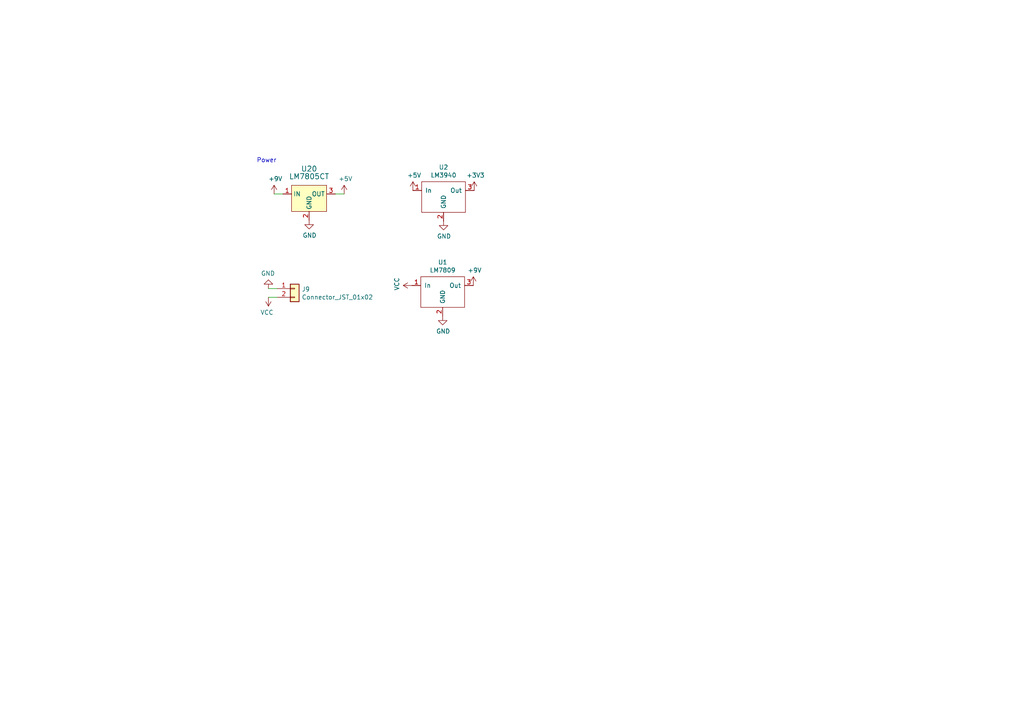
<source format=kicad_sch>
(kicad_sch (version 20231120) (generator "eeschema") (generator_version "8.0")
  (paper "A4")
  (lib_symbols
    (symbol "BC_Connectors:Connector_JST_01x02" (pin_names (offset 1.016) hide)
      (property "Reference" "J" (at 0 2.54 0))
      (property "Value" "Connector_JST_01x02" (at 0 -5.08 0))
      (symbol "Connector_JST_01x02_1_1"
        (rectangle (start -1.27 -2.413) (end 0 -2.667) (stroke (width 0.1524)))
        (rectangle (start -1.27 0.127) (end 0 -0.127) (stroke (width 0.1524)))
        (rectangle (start -1.27 1.27) (end 1.27 -3.81) (stroke (width 0.254)) (fill (type background)))
        (pin passive line (at -5.08 0 0) (length 3.81) (name "Pin_1") (number "1"))
        (pin passive line (at -5.08 -2.54 0) (length 3.81) (name "Pin_2") (number "2"))
      )
    )
    (symbol "BC_IC_components:LM3940" (pin_names (offset 1.016))
      (property "Reference" "U" (at 0 5.08 0))
      (property "Value" "LM3940" (at 0 2.54 0))
      (symbol "LM3940_0_1"
        (rectangle (start -6.35 0) (end 6.35 -8.89))
      )
      (symbol "LM3940_1_1"
        (pin input line (at -8.89 -2.54 0) (length 2.54) (name "In") (number "1"))
        (pin input line (at 0 -11.43 90) (length 2.54) (name "GND") (number "2"))
        (pin input line (at 8.89 -2.54 180) (length 2.54) (name "Out") (number "3"))
      )
    )
    (symbol "BC_IC_components:LM7809" (pin_names (offset 1.016))
      (property "Reference" "U" (at 0 5.08 0))
      (property "Value" "LM7809" (at 0 2.54 0))
      (symbol "LM7809_0_1"
        (rectangle (start -6.35 0) (end 6.35 -8.89))
      )
      (symbol "LM7809_1_1"
        (pin input line (at -8.89 -2.54 0) (length 2.54) (name "In") (number "1"))
        (pin input line (at 0 -11.43 90) (length 2.54) (name "GND") (number "2"))
        (pin input line (at 8.89 -2.54 180) (length 2.54) (name "Out") (number "3"))
      )
    )
    (symbol "MCU_MotherBoard-rescue:+3.3V-power" (power) (pin_names (offset 0))
      (property "Value" "+3.3V-power" (at 0 3.556 0))
      (symbol "+3.3V-power_0_1"
        (polyline (pts (xy -0.762 1.27) (xy 0 2.54)))
        (polyline (pts (xy 0 0) (xy 0 2.54)))
        (polyline (pts (xy 0 2.54) (xy 0.762 1.27)))
      )
      (symbol "+3.3V-power_1_1"
        (pin power_in line (at 0 0 90) (length 0) hide (name "+3V3") (number "1"))
      )
    )
    (symbol "dk_PMIC-Voltage-Regulators-Linear:LM7805CT_Obsolete"
      (property "Reference" "U" (at 0 3.81 0))
      (property "Value" "LM7805CT_Obsolete" (at 0 6.35 0))
      (symbol "LM7805CT_Obsolete_0_1"
        (rectangle (start -5.08 2.54) (end 5.08 -5.08) (fill (type background)))
      )
      (symbol "LM7805CT_Obsolete_1_1"
        (pin power_in line (at -7.62 0 0) (length 2.54) (name "IN") (number "1"))
        (pin power_in line (at 0 -7.62 90) (length 2.54) (name "GND") (number "2"))
        (pin power_out line (at 7.62 0 180) (length 2.54) (name "OUT") (number "3"))
      )
    )
    (symbol "power:+5V" (power) (pin_names (offset 0))
      (property "Value" "+5V" (at 0 3.556 0))
      (symbol "+5V_0_1"
        (polyline (pts (xy -0.762 1.27) (xy 0 2.54)))
        (polyline (pts (xy 0 0) (xy 0 2.54)))
        (polyline (pts (xy 0 2.54) (xy 0.762 1.27)))
      )
      (symbol "+5V_1_1"
        (pin power_in line (at 0 0 90) (length 0) hide (name "+5V") (number "1"))
      )
    )
    (symbol "power:+9V" (power) (pin_names (offset 0))
      (property "Value" "+9V" (at 0 3.556 0))
      (symbol "+9V_0_1"
        (polyline (pts (xy -0.762 1.27) (xy 0 2.54)))
        (polyline (pts (xy 0 0) (xy 0 2.54)))
        (polyline (pts (xy 0 2.54) (xy 0.762 1.27)))
      )
      (symbol "+9V_1_1"
        (pin power_in line (at 0 0 90) (length 0) hide (name "+9V") (number "1"))
      )
    )
    (symbol "power:GND" (power) (pin_names (offset 0))
      (property "Value" "GND" (at 0 -3.81 0))
      (symbol "GND_0_1"
        (polyline (pts (xy 0 0) (xy 0 -1.27) (xy 1.27 -1.27) (xy 0 -2.54) (xy -1.27 -1.27) (xy 0 -1.27)))
      )
      (symbol "GND_1_1"
        (pin power_in line (at 0 0 270) (length 0) hide (name "GND") (number "1"))
      )
    )
    (symbol "power:VCC" (power) (pin_names (offset 0))
      (property "Value" "VCC" (at 0 3.81 0))
      (symbol "VCC_0_1"
        (polyline (pts (xy -0.762 1.27) (xy 0 2.54)))
        (polyline (pts (xy 0 0) (xy 0 2.54)))
        (polyline (pts (xy 0 2.54) (xy 0.762 1.27)))
      )
      (symbol "VCC_1_1"
        (pin power_in line (at 0 0 90) (length 0) hide (name "VCC") (number "1"))
      )
    )
  )
  (wire (pts (xy 79.502 56.261) (xy 82.042 56.261)))
  (wire (pts (xy 97.282 56.261) (xy 99.822 56.261)))
  (wire (pts (xy 80.391 83.693) (xy 77.851 83.693)))
  (wire (pts (xy 77.851 86.233) (xy 80.391 86.233)))
  (text "Power" (at 74.422 47.371 0) (effects (font (size 1.27 1.27)) (justify left bottom)))
  (symbol (lib_id "BC_IC_components:LM3940") (at 128.651 52.705 0) (unit 1)
    (property "Reference" "U2" (at 128.651 48.514 0))
    (property "Value" "LM3940" (at 128.651 50.8254 0))
    (property "Footprint" "digikey-footprints:TO-220-3" (effects (hide yes)))
  )
  (symbol (lib_id "power:+5V") (at 119.761 55.245 0) (unit 1)
    (property "Reference" "#PWR033" (effects (hide yes)))
    (property "Value" "+5V" (at 120.142 50.8508 0))
  )
  (symbol (lib_id "power:GND") (at 128.651 64.135 0) (unit 1)
    (property "Reference" "#PWR041" (effects (hide yes)))
    (property "Value" "GND" (at 128.778 68.5292 0))
  )
  (symbol (lib_id "MCU_MotherBoard-rescue:+3.3V-power") (at 137.541 55.245 0) (unit 1)
    (property "Reference" "#PWR046" (effects (hide yes)))
    (property "Value" "+3V3" (at 137.922 50.8508 0))
  )
  (symbol (lib_id "power:+9V") (at 79.502 56.261 0) (unit 1)
    (property "Reference" "#PWR021" (effects (hide yes)))
    (property "Value" "+9V" (at 79.883 51.8668 0))
  )
  (symbol (lib_id "BC_IC_components:LM7809") (at 128.397 80.264 0) (unit 1)
    (property "Reference" "U1" (at 128.397 76.073 0))
    (property "Value" "LM7809" (at 128.397 78.3844 0))
    (property "Footprint" "digikey-footprints:TO-220-3" (effects (hide yes)))
  )
  (symbol (lib_id "power:GND") (at 128.397 91.694 0) (unit 1)
    (property "Reference" "#PWR034" (effects (hide yes)))
    (property "Value" "GND" (at 128.524 96.0882 0))
  )
  (symbol (lib_id "power:+9V") (at 137.287 82.804 0) (unit 1)
    (property "Reference" "#PWR044" (effects (hide yes)))
    (property "Value" "+9V" (at 137.668 78.4098 0))
  )
  (symbol (lib_id "power:VCC") (at 119.507 82.804 90) (unit 1)
    (property "Reference" "#PWR030" (effects (hide yes)))
    (property "Value" "VCC" (at 115.1128 82.3722 0))
  )
  (symbol (lib_id "dk_PMIC-Voltage-Regulators-Linear:LM7805CT_Obsolete") (at 89.662 56.261 0) (unit 1)
    (property "Reference" "U20" (at 89.662 48.9712 0) (effects (font (size 1.524 1.524))))
    (property "Value" "LM7805CT" (at 89.662 51.181 0) (effects (font (size 1.524 1.524))))
    (property "Footprint" "digikey-footprints:TO-220-3" (effects (hide yes)))
    (property "Datasheet" "https://media.digikey.com/pdf/Data%20Sheets/ON%20Semiconductor%20PDFs/MC7800(A,AE),NCV7800.pdf" (effects (hide yes)))
    (property "Description" "IC REG LINEAR 5V 1A TO220AB" (effects (hide yes)))
    (property "Digi-Key_PN" "LM7805CT-ND" (effects (hide yes)))
    (property "MPN" "LM7805CT" (effects (hide yes)))
    (property "Category" "Integrated Circuits (ICs)" (effects (hide yes)))
    (property "Family" "PMIC - Voltage Regulators - Linear" (effects (hide yes)))
    (property "DK_Datasheet_Link" "https://media.digikey.com/pdf/Data%20Sheets/ON%20Semiconductor%20PDFs/MC7800(A,AE),NCV7800.pdf" (effects (hide yes)))
    (property "DK_Detail_Page" "/product-detail/en/on-semiconductor/LM7805CT/LM7805CT-ND/458698" (effects (hide yes)))
    (property "Manufacturer" "ON Semiconductor" (effects (hide yes)))
    (property "Status" "Obsolete NonStock" (effects (hide yes)))
  )
  (symbol (lib_id "power:GND") (at 89.662 63.881 0) (unit 1)
    (property "Reference" "#PWR025" (effects (hide yes)))
    (property "Value" "GND" (at 89.789 68.2752 0))
  )
  (symbol (lib_id "BC_Connectors:Connector_JST_01x02") (at 85.471 83.693 0) (unit 1)
    (property "Reference" "J9" (at 87.503 83.8962 0) (effects (justify left)))
    (property "Value" "Connector_JST_01x02" (at 87.503 86.2076 0) (effects (justify left)))
    (property "Footprint" "Connectors_JST:JST_XH_S02B-XH-A_02x2.50mm_Angled" (effects (hide yes)))
  )
  (symbol (lib_id "power:VCC") (at 77.851 86.233 180) (unit 1)
    (property "Reference" "#PWR023" (effects (hide yes)))
    (property "Value" "VCC" (at 77.4192 90.6272 0))
  )
  (symbol (lib_id "power:GND") (at 77.851 83.693 180) (unit 1)
    (property "Reference" "#PWR022" (effects (hide yes)))
    (property "Value" "GND" (at 77.724 79.2988 0))
  )
  (symbol (lib_id "power:+5V") (at 99.822 56.261 0) (unit 1)
    (property "Reference" "#PWR026" (effects (hide yes)))
    (property "Value" "+5V" (at 100.203 51.8668 0))
  )
)
</source>
